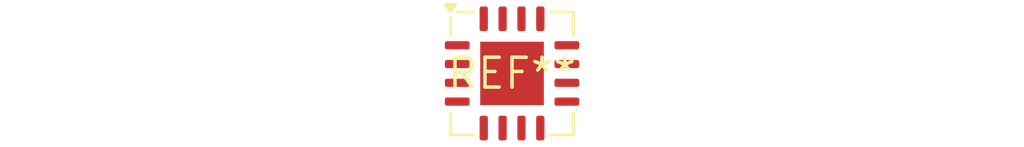
<source format=kicad_pcb>
(kicad_pcb (version 20240108) (generator pcbnew)
  (layers (0 "F.Cu" signal) (31 "B.Cu" signal) (34 "B.Paste" user) (35 "F.Paste" user) (36 "B.SilkS" user "B.Silkscreen") (37 "F.SilkS" user "F.Silkscreen") (38 "B.Mask" user) (39 "F.Mask" user) (44 "Edge.Cuts" user))
  (net 0 "")
  (footprint "QFN-16-1EP_5x5mm_P0.8mm_EP2.7x2.7mm" (layer "F.Cu") (at 0 0)
    (property "Reference" "REF**")
    (property "Value" "QFN-16-1EP_5x5mm_P0.8mm_EP2.7x2.7mm")
    (fp_line (start -2.61 -1.635) (end -2.61 -2.37) (layer "F.SilkS") (stroke (width 0.12)))
    (fp_line (start -2.61 2.61) (end -2.61 1.635) (layer "F.SilkS") (stroke (width 0.12)))
    (fp_line (start -1.635 -2.61) (end -2.31 -2.61) (layer "F.SilkS") (stroke (width 0.12)))
    (fp_line (start -1.635 2.61) (end -2.61 2.61) (layer "F.SilkS") (stroke (width 0.12)))
    (fp_line (start 1.635 -2.61) (end 2.61 -2.61) (layer "F.SilkS") (stroke (width 0.12)))
    (fp_line (start 1.635 2.61) (end 2.61 2.61) (layer "F.SilkS") (stroke (width 0.12)))
    (fp_line (start 2.61 -2.61) (end 2.61 -1.635) (layer "F.SilkS") (stroke (width 0.12)))
    (fp_line (start 2.61 2.61) (end 2.61 1.635) (layer "F.SilkS") (stroke (width 0.12)))
    (fp_poly (pts (xy -2.61 -2.61) (xy -2.85 -2.94) (xy -2.37 -2.94) (xy -2.61 -2.61)) (layer "F.SilkS") (stroke (width 0.12)) (fill solid))
    (pad "1" smd roundrect (at -2.325 -1.2) (size 1.05 0.35) (layers "F.Cu" "F.Paste" "F.Mask"))
    (pad "2" smd roundrect (at -2.325 -0.4) (size 1.05 0.35) (layers "F.Cu" "F.Paste" "F.Mask"))
    (pad "3" smd roundrect (at -2.325 0.4) (size 1.05 0.35) (layers "F.Cu" "F.Paste" "F.Mask"))
    (pad "4" smd roundrect (at -2.325 1.2) (size 1.05 0.35) (layers "F.Cu" "F.Paste" "F.Mask"))
    (pad "5" smd roundrect (at -1.2 2.325) (size 0.35 1.05) (layers "F.Cu" "F.Paste" "F.Mask"))
    (pad "6" smd roundrect (at -0.4 2.325) (size 0.35 1.05) (layers "F.Cu" "F.Paste" "F.Mask"))
    (pad "7" smd roundrect (at 0.4 2.325) (size 0.35 1.05) (layers "F.Cu" "F.Paste" "F.Mask"))
    (pad "8" smd roundrect (at 1.2 2.325) (size 0.35 1.05) (layers "F.Cu" "F.Paste" "F.Mask"))
    (pad "9" smd roundrect (at 2.325 1.2) (size 1.05 0.35) (layers "F.Cu" "F.Paste" "F.Mask"))
    (pad "10" smd roundrect (at 2.325 0.4) (size 1.05 0.35) (layers "F.Cu" "F.Paste" "F.Mask"))
    (pad "11" smd roundrect (at 2.325 -0.4) (size 1.05 0.35) (layers "F.Cu" "F.Paste" "F.Mask"))
    (pad "12" smd roundrect (at 2.325 -1.2) (size 1.05 0.35) (layers "F.Cu" "F.Paste" "F.Mask"))
    (pad "13" smd roundrect (at 1.2 -2.325) (size 0.35 1.05) (layers "F.Cu" "F.Paste" "F.Mask"))
    (pad "14" smd roundrect (at 0.4 -2.325) (size 0.35 1.05) (layers "F.Cu" "F.Paste" "F.Mask"))
    (pad "15" smd roundrect (at -0.4 -2.325) (size 0.35 1.05) (layers "F.Cu" "F.Paste" "F.Mask"))
    (pad "16" smd roundrect (at -1.2 -2.325) (size 0.35 1.05) (layers "F.Cu" "F.Paste" "F.Mask"))
    (pad "17" smd rect (at 0 0) (size 2.7 2.7) (property pad_prop_heatsink) (layers "F.Cu" "F.Mask"))
  )
)
</source>
